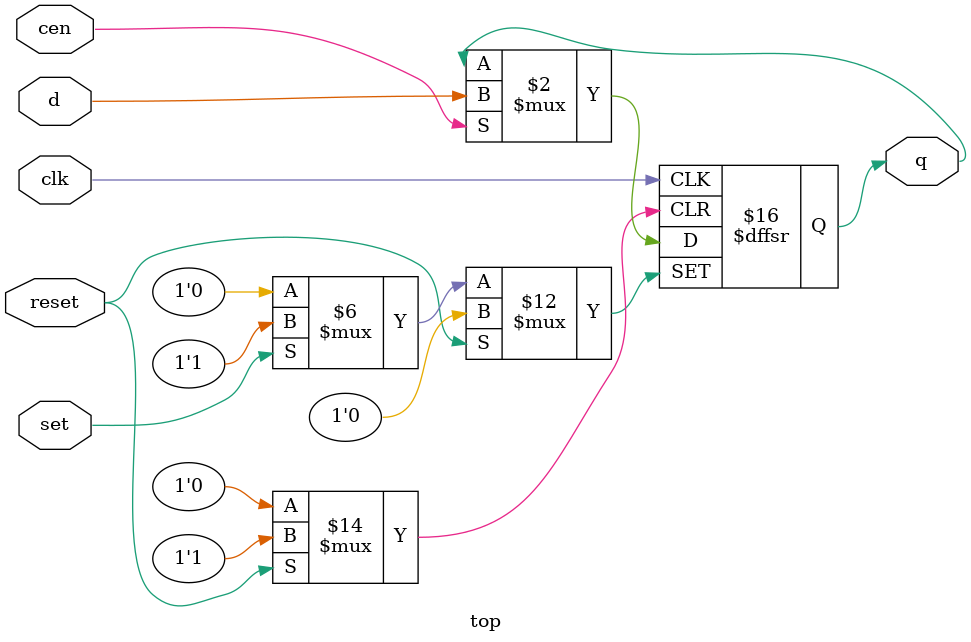
<source format=v>
module top(input clk, d, set, reset, cen, output reg q);
    always @(posedge clk or posedge set or posedge reset)
           if (set)
              q <= 1'b1;
           else if(reset)
              q <= 1'b0;
           else if(cen)
                q <= d;
endmodule

</source>
